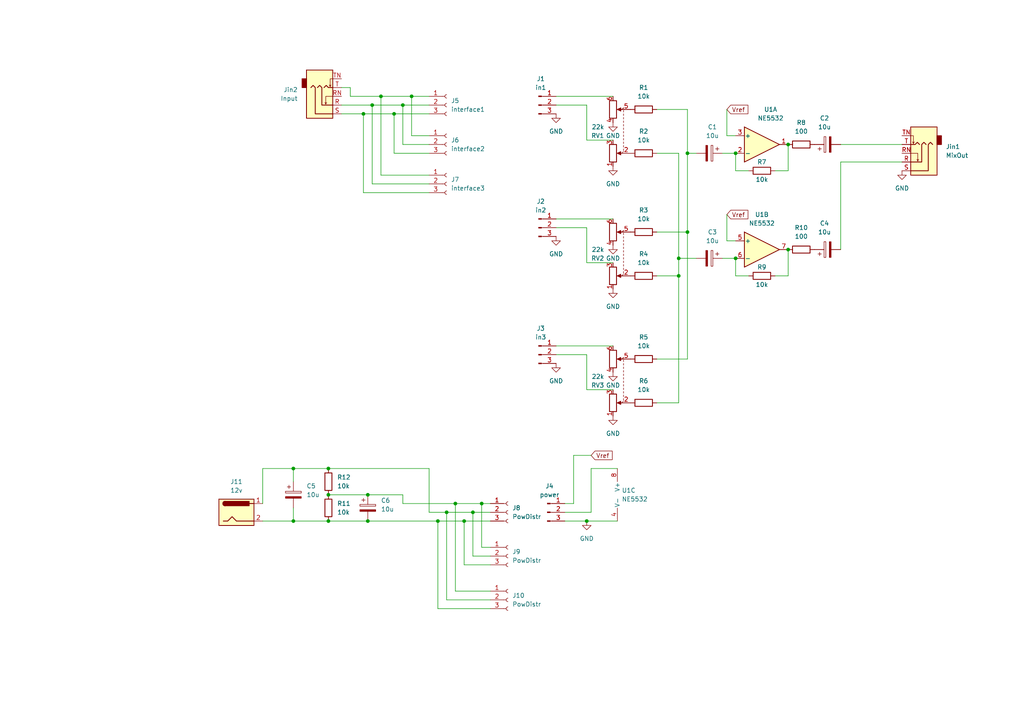
<source format=kicad_sch>
(kicad_sch (version 20230121) (generator eeschema)
  (paper "A4")
  (lib_symbols
    (symbol "Amplifier_Operational:NE5532" (pin_names (offset 0.127))
      (property "Reference" "U" (at 0 5.08 0))
      (property "Value" "NE5532" (at 0 -5.08 0))
      (symbol "NE5532_1_1"
        (polyline (pts (xy -5.08 5.08) (xy 5.08 0) (xy -5.08 -5.08) (xy -5.08 5.08)) (stroke (width 0.254)) (fill (type background)))
        (pin output line (at 7.62 0 180) (length 2.54) (name "~") (number "1"))
        (pin input line (at -7.62 -2.54 0) (length 2.54) (name "-") (number "2"))
        (pin input line (at -7.62 2.54 0) (length 2.54) (name "+") (number "3"))
      )
      (symbol "NE5532_2_1"
        (polyline (pts (xy -5.08 5.08) (xy 5.08 0) (xy -5.08 -5.08) (xy -5.08 5.08)) (stroke (width 0.254)) (fill (type background)))
        (pin input line (at -7.62 2.54 0) (length 2.54) (name "+") (number "5"))
        (pin input line (at -7.62 -2.54 0) (length 2.54) (name "-") (number "6"))
        (pin output line (at 7.62 0 180) (length 2.54) (name "~") (number "7"))
      )
      (symbol "NE5532_3_1"
        (pin power_in line (at -2.54 -7.62 90) (length 3.81) (name "V-") (number "4"))
        (pin power_in line (at -2.54 7.62 270) (length 3.81) (name "V+") (number "8"))
      )
    )
    (symbol "Connector:Barrel_Jack" (pin_names (offset 1.016))
      (property "Reference" "J" (at 0 5.334 0))
      (property "Value" "Barrel_Jack" (at 0 -5.08 0))
      (symbol "Barrel_Jack_0_1"
        (rectangle (start -5.08 3.81) (end 5.08 -3.81) (stroke (width 0.254)) (fill (type background)))
        (arc (start -3.302 3.175) (mid -3.9343 2.54) (end -3.302 1.905) (stroke (width 0.254)))
        (arc (start -3.302 3.175) (mid -3.9343 2.54) (end -3.302 1.905) (stroke (width 0.254)) (fill (type outline)))
        (polyline (pts (xy 5.08 2.54) (xy 3.81 2.54)) (stroke (width 0.254)))
        (polyline (pts (xy -3.81 -2.54) (xy -2.54 -2.54) (xy -1.27 -1.27) (xy 0 -2.54) (xy 2.54 -2.54) (xy 5.08 -2.54)) (stroke (width 0.254)))
        (rectangle (start 3.683 3.175) (end -3.302 1.905) (stroke (width 0.254)) (fill (type outline)))
      )
      (symbol "Barrel_Jack_1_1"
        (pin passive line (at 7.62 2.54 180) (length 2.54) (name "~") (number "1"))
        (pin passive line (at 7.62 -2.54 180) (length 2.54) (name "~") (number "2"))
      )
    )
    (symbol "Connector:Conn_01x03_Pin" (pin_names (offset 1.016) hide)
      (property "Reference" "J" (at 0 5.08 0))
      (property "Value" "Conn_01x03_Pin" (at 0 -5.08 0))
      (symbol "Conn_01x03_Pin_1_1"
        (polyline (pts (xy 1.27 -2.54) (xy 0.8636 -2.54)) (stroke (width 0.1524)))
        (polyline (pts (xy 1.27 0) (xy 0.8636 0)) (stroke (width 0.1524)))
        (polyline (pts (xy 1.27 2.54) (xy 0.8636 2.54)) (stroke (width 0.1524)))
        (rectangle (start 0.8636 -2.413) (end 0 -2.667) (stroke (width 0.1524)) (fill (type outline)))
        (rectangle (start 0.8636 0.127) (end 0 -0.127) (stroke (width 0.1524)) (fill (type outline)))
        (rectangle (start 0.8636 2.667) (end 0 2.413) (stroke (width 0.1524)) (fill (type outline)))
        (pin passive line (at 5.08 2.54 180) (length 3.81) (name "Pin_1") (number "1"))
        (pin passive line (at 5.08 0 180) (length 3.81) (name "Pin_2") (number "2"))
        (pin passive line (at 5.08 -2.54 180) (length 3.81) (name "Pin_3") (number "3"))
      )
    )
    (symbol "Connector:Conn_01x03_Socket" (pin_names (offset 1.016) hide)
      (property "Reference" "J" (at 0 5.08 0))
      (property "Value" "Conn_01x03_Socket" (at 0 -5.08 0))
      (symbol "Conn_01x03_Socket_1_1"
        (arc (start 0 -2.032) (mid -0.5058 -2.54) (end 0 -3.048) (stroke (width 0.1524)))
        (polyline (pts (xy -1.27 -2.54) (xy -0.508 -2.54)) (stroke (width 0.1524)))
        (polyline (pts (xy -1.27 0) (xy -0.508 0)) (stroke (width 0.1524)))
        (polyline (pts (xy -1.27 2.54) (xy -0.508 2.54)) (stroke (width 0.1524)))
        (arc (start 0 0.508) (mid -0.5058 0) (end 0 -0.508) (stroke (width 0.1524)))
        (arc (start 0 3.048) (mid -0.5058 2.54) (end 0 2.032) (stroke (width 0.1524)))
        (pin passive line (at -5.08 2.54 0) (length 3.81) (name "Pin_1") (number "1"))
        (pin passive line (at -5.08 0 0) (length 3.81) (name "Pin_2") (number "2"))
        (pin passive line (at -5.08 -2.54 0) (length 3.81) (name "Pin_3") (number "3"))
      )
    )
    (symbol "Connector_Audio:AudioJack3_SwitchTR"
      (property "Reference" "J" (at 0 8.89 0))
      (property "Value" "AudioJack3_SwitchTR" (at 0 6.35 0))
      (symbol "AudioJack3_SwitchTR_0_1"
        (rectangle (start -5.08 -5.08) (end -6.35 -7.62) (stroke (width 0.254)) (fill (type outline)))
        (polyline (pts (xy 0.508 -0.254) (xy 0.762 -0.762)))
        (polyline (pts (xy 1.778 -5.334) (xy 2.032 -5.842)))
        (polyline (pts (xy 0 -5.08) (xy 0.635 -5.715) (xy 1.27 -5.08) (xy 2.54 -5.08)) (stroke (width 0.254)))
        (polyline (pts (xy 2.54 -7.62) (xy 1.778 -7.62) (xy 1.778 -5.334) (xy 1.524 -5.842)))
        (polyline (pts (xy 2.54 -2.54) (xy 0.508 -2.54) (xy 0.508 -0.254) (xy 0.254 -0.762)))
        (polyline (pts (xy -1.905 -5.08) (xy -1.27 -5.715) (xy -0.635 -5.08) (xy -0.635 0) (xy 2.54 0)) (stroke (width 0.254)))
        (polyline (pts (xy 2.54 2.54) (xy -2.54 2.54) (xy -2.54 -5.08) (xy -3.175 -5.715) (xy -3.81 -5.08)) (stroke (width 0.254)))
        (rectangle (start 2.54 3.81) (end -5.08 -10.16) (stroke (width 0.254)) (fill (type background)))
      )
      (symbol "AudioJack3_SwitchTR_1_1"
        (pin passive line (at 5.08 0 180) (length 2.54) (name "~") (number "R"))
        (pin passive line (at 5.08 -2.54 180) (length 2.54) (name "~") (number "RN"))
        (pin passive line (at 5.08 2.54 180) (length 2.54) (name "~") (number "S"))
        (pin passive line (at 5.08 -5.08 180) (length 2.54) (name "~") (number "T"))
        (pin passive line (at 5.08 -7.62 180) (length 2.54) (name "~") (number "TN"))
      )
    )
    (symbol "Device:C_Polarized" (pin_numbers hide) (pin_names (offset 0.254))
      (property "Reference" "C" (at 0.635 2.54 0))
      (property "Value" "C_Polarized" (at 0.635 -2.54 0))
      (symbol "C_Polarized_0_1"
        (rectangle (start -2.286 0.508) (end 2.286 1.016))
        (polyline (pts (xy -1.778 2.286) (xy -0.762 2.286)))
        (polyline (pts (xy -1.27 2.794) (xy -1.27 1.778)))
        (rectangle (start 2.286 -0.508) (end -2.286 -1.016) (fill (type outline)))
      )
      (symbol "C_Polarized_1_1"
        (pin passive line (at 0 3.81 270) (length 2.794) (name "~") (number "1"))
        (pin passive line (at 0 -3.81 90) (length 2.794) (name "~") (number "2"))
      )
    )
    (symbol "Device:R" (pin_numbers hide) (pin_names (offset 0))
      (property "Reference" "R" (at 2.032 0 90))
      (property "Value" "R" (at 0 0 90))
      (symbol "R_0_1"
        (rectangle (start -1.016 -2.54) (end 1.016 2.54) (stroke (width 0.254)))
      )
      (symbol "R_1_1"
        (pin passive line (at 0 3.81 270) (length 1.27) (name "~") (number "1"))
        (pin passive line (at 0 -3.81 90) (length 1.27) (name "~") (number "2"))
      )
    )
    (symbol "Device:R_Potentiometer_Dual" (pin_names (offset 1.016) hide)
      (property "Reference" "RV" (at 0 3.81 0))
      (property "Value" "R_Potentiometer_Dual" (at 0 1.905 0))
      (symbol "R_Potentiometer_Dual_0_1"
        (rectangle (start -8.89 -1.524) (end -3.81 -3.556) (stroke (width 0.254)))
        (polyline (pts (xy -6.35 0) (xy -6.35 -1.016)))
        (polyline (pts (xy -6.35 0) (xy -6.35 -1.016)))
        (polyline (pts (xy -6.35 0) (xy -5.842 0.508)))
        (polyline (pts (xy -5.588 0.508) (xy -5.08 0.508)))
        (polyline (pts (xy -4.572 0.508) (xy -4.064 0.508)))
        (polyline (pts (xy -3.556 0.508) (xy -3.048 0.508)))
        (polyline (pts (xy -2.54 0.508) (xy -2.032 0.508)))
        (polyline (pts (xy -1.524 0.508) (xy -1.016 0.508)))
        (polyline (pts (xy -0.508 0.508) (xy 0 0.508)))
        (polyline (pts (xy 0.508 0.508) (xy 1.016 0.508)))
        (polyline (pts (xy 1.524 0.508) (xy 2.032 0.508)))
        (polyline (pts (xy 2.54 0.508) (xy 3.048 0.508)))
        (polyline (pts (xy 3.556 0.508) (xy 4.064 0.508)))
        (polyline (pts (xy 4.572 0.508) (xy 5.08 0.508)))
        (polyline (pts (xy 5.588 0.508) (xy 6.096 0.508)))
        (polyline (pts (xy 6.35 0) (xy 6.35 -1.016)))
        (polyline (pts (xy 6.35 0) (xy 6.35 -1.016)))
        (polyline (pts (xy 6.604 0.508) (xy 6.858 0.508) (xy 6.35 0)))
        (polyline (pts (xy -6.35 -1.397) (xy -6.858 -0.254) (xy -5.842 -0.254) (xy -6.35 -1.397)) (fill (type outline)))
        (polyline (pts (xy 6.35 -1.397) (xy 5.842 -0.254) (xy 6.858 -0.254) (xy 6.35 -1.397)) (fill (type outline)))
        (rectangle (start 3.81 -1.524) (end 8.89 -3.556) (stroke (width 0.254)))
      )
      (symbol "R_Potentiometer_Dual_1_1"
        (pin passive line (at -10.16 -2.54 0) (length 1.27) (name "1") (number "1"))
        (pin passive line (at -6.35 2.54 270) (length 2.54) (name "2") (number "2"))
        (pin passive line (at -2.54 -2.54 180) (length 1.27) (name "3") (number "3"))
        (pin passive line (at 2.54 -2.54 0) (length 1.27) (name "4") (number "4"))
        (pin passive line (at 6.35 2.54 270) (length 2.54) (name "5") (number "5"))
        (pin passive line (at 10.16 -2.54 180) (length 1.27) (name "6") (number "6"))
      )
    )
    (symbol "power:GND" (power) (pin_names (offset 0))
      (property "Value" "GND" (at 0 -3.81 0))
      (symbol "GND_0_1"
        (polyline (pts (xy 0 0) (xy 0 -1.27) (xy 1.27 -1.27) (xy 0 -2.54) (xy -1.27 -1.27) (xy 0 -1.27)))
      )
      (symbol "GND_1_1"
        (pin power_in line (at 0 0 270) (length 0) hide (name "GND") (number "1"))
      )
    )
  )
  (junction (at 228.6 72.39))
  (junction (at 110.49 27.94))
  (junction (at 95.25 143.51))
  (junction (at 213.36 74.93))
  (junction (at 85.09 135.89))
  (junction (at 137.16 148.59))
  (junction (at 107.95 30.48))
  (junction (at 170.18 151.13))
  (junction (at 119.38 27.94))
  (junction (at 196.85 74.93))
  (junction (at 85.09 151.13))
  (junction (at 116.84 30.48))
  (junction (at 134.62 151.13))
  (junction (at 196.85 80.01))
  (junction (at 95.25 151.13))
  (junction (at 139.7 146.05))
  (junction (at 199.39 44.45))
  (junction (at 114.3 33.02))
  (junction (at 95.25 135.89))
  (junction (at 106.68 151.13))
  (junction (at 106.68 143.51))
  (junction (at 199.39 67.31))
  (junction (at 132.08 146.05))
  (junction (at 129.54 148.59))
  (junction (at 228.6 41.91))
  (junction (at 105.41 33.02))
  (junction (at 127 151.13))
  (junction (at 213.36 44.45))
  (wire (pts (xy 190.5 104.14) (xy 199.39 104.14)))
  (wire (pts (xy 170.18 151.13) (xy 179.07 151.13)))
  (wire (pts (xy 137.16 161.29) (xy 137.16 148.59)))
  (wire (pts (xy 119.38 27.94) (xy 124.46 27.94)))
  (wire (pts (xy 85.09 151.13) (xy 95.25 151.13)))
  (wire (pts (xy 107.95 30.48) (xy 116.84 30.48)))
  (wire (pts (xy 170.18 30.48) (xy 170.18 40.64)))
  (wire (pts (xy 213.36 49.53) (xy 213.36 44.45)))
  (wire (pts (xy 199.39 44.45) (xy 199.39 67.31)))
  (wire (pts (xy 132.08 146.05) (xy 139.7 146.05)))
  (wire (pts (xy 170.18 151.13) (xy 163.83 151.13)))
  (wire (pts (xy 210.82 39.37) (xy 213.36 39.37)))
  (wire (pts (xy 170.18 113.03) (xy 177.8 113.03)))
  (wire (pts (xy 210.82 62.23) (xy 210.82 69.85)))
  (wire (pts (xy 196.85 44.45) (xy 196.85 74.93)))
  (wire (pts (xy 190.5 80.01) (xy 196.85 80.01)))
  (wire (pts (xy 170.18 40.64) (xy 177.8 40.64)))
  (wire (pts (xy 134.62 151.13) (xy 142.24 151.13)))
  (wire (pts (xy 210.82 31.75) (xy 210.82 39.37)))
  (wire (pts (xy 124.46 41.91) (xy 116.84 41.91)))
  (wire (pts (xy 124.46 55.88) (xy 105.41 55.88)))
  (wire (pts (xy 161.29 100.33) (xy 177.8 100.33)))
  (wire (pts (xy 161.29 102.87) (xy 170.18 102.87)))
  (wire (pts (xy 106.68 143.51) (xy 116.84 143.51)))
  (wire (pts (xy 101.6 25.4) (xy 101.6 27.94)))
  (wire (pts (xy 99.06 25.4) (xy 101.6 25.4)))
  (wire (pts (xy 217.17 80.01) (xy 213.36 80.01)))
  (wire (pts (xy 161.29 27.94) (xy 177.8 27.94)))
  (wire (pts (xy 114.3 33.02) (xy 124.46 33.02)))
  (wire (pts (xy 163.83 148.59) (xy 171.45 148.59)))
  (wire (pts (xy 85.09 135.89) (xy 95.25 135.89)))
  (wire (pts (xy 134.62 163.83) (xy 134.62 151.13)))
  (wire (pts (xy 170.18 66.04) (xy 170.18 76.2)))
  (wire (pts (xy 196.85 74.93) (xy 201.93 74.93)))
  (wire (pts (xy 127 151.13) (xy 134.62 151.13)))
  (wire (pts (xy 85.09 151.13) (xy 85.09 147.32)))
  (wire (pts (xy 139.7 146.05) (xy 142.24 146.05)))
  (wire (pts (xy 161.29 63.5) (xy 177.8 63.5)))
  (wire (pts (xy 166.37 146.05) (xy 166.37 132.08)))
  (wire (pts (xy 105.41 33.02) (xy 114.3 33.02)))
  (wire (pts (xy 106.68 151.13) (xy 127 151.13)))
  (wire (pts (xy 124.46 50.8) (xy 110.49 50.8)))
  (wire (pts (xy 243.84 41.91) (xy 261.62 41.91)))
  (wire (pts (xy 196.85 74.93) (xy 196.85 80.01)))
  (wire (pts (xy 161.29 30.48) (xy 170.18 30.48)))
  (wire (pts (xy 199.39 44.45) (xy 201.93 44.45)))
  (wire (pts (xy 199.39 31.75) (xy 199.39 44.45)))
  (wire (pts (xy 170.18 76.2) (xy 177.8 76.2)))
  (wire (pts (xy 137.16 148.59) (xy 129.54 148.59)))
  (wire (pts (xy 190.5 31.75) (xy 199.39 31.75)))
  (wire (pts (xy 110.49 50.8) (xy 110.49 27.94)))
  (wire (pts (xy 196.85 80.01) (xy 196.85 116.84)))
  (wire (pts (xy 76.2 135.89) (xy 85.09 135.89)))
  (wire (pts (xy 199.39 67.31) (xy 199.39 104.14)))
  (wire (pts (xy 170.18 102.87) (xy 170.18 113.03)))
  (wire (pts (xy 166.37 132.08) (xy 171.45 132.08)))
  (wire (pts (xy 142.24 158.75) (xy 139.7 158.75)))
  (wire (pts (xy 142.24 176.53) (xy 127 176.53)))
  (wire (pts (xy 124.46 39.37) (xy 119.38 39.37)))
  (wire (pts (xy 124.46 44.45) (xy 114.3 44.45)))
  (wire (pts (xy 142.24 173.99) (xy 129.54 173.99)))
  (wire (pts (xy 129.54 148.59) (xy 129.54 173.99)))
  (wire (pts (xy 132.08 171.45) (xy 132.08 146.05)))
  (wire (pts (xy 224.79 80.01) (xy 228.6 80.01)))
  (wire (pts (xy 110.49 27.94) (xy 119.38 27.94)))
  (wire (pts (xy 129.54 148.59) (xy 124.46 148.59)))
  (wire (pts (xy 163.83 146.05) (xy 166.37 146.05)))
  (wire (pts (xy 127 176.53) (xy 127 151.13)))
  (wire (pts (xy 210.82 69.85) (xy 213.36 69.85)))
  (wire (pts (xy 217.17 49.53) (xy 213.36 49.53)))
  (wire (pts (xy 119.38 39.37) (xy 119.38 27.94)))
  (wire (pts (xy 213.36 80.01) (xy 213.36 74.93)))
  (wire (pts (xy 76.2 146.05) (xy 76.2 135.89)))
  (wire (pts (xy 105.41 55.88) (xy 105.41 33.02)))
  (wire (pts (xy 190.5 44.45) (xy 196.85 44.45)))
  (wire (pts (xy 95.25 143.51) (xy 106.68 143.51)))
  (wire (pts (xy 99.06 30.48) (xy 107.95 30.48)))
  (wire (pts (xy 76.2 151.13) (xy 85.09 151.13)))
  (wire (pts (xy 196.85 116.84) (xy 190.5 116.84)))
  (wire (pts (xy 124.46 148.59) (xy 124.46 135.89)))
  (wire (pts (xy 171.45 148.59) (xy 171.45 135.89)))
  (wire (pts (xy 116.84 146.05) (xy 116.84 143.51)))
  (wire (pts (xy 95.25 135.89) (xy 124.46 135.89)))
  (wire (pts (xy 228.6 80.01) (xy 228.6 72.39)))
  (wire (pts (xy 228.6 49.53) (xy 228.6 41.91)))
  (wire (pts (xy 85.09 135.89) (xy 85.09 139.7)))
  (wire (pts (xy 209.55 74.93) (xy 213.36 74.93)))
  (wire (pts (xy 243.84 72.39) (xy 243.84 46.99)))
  (wire (pts (xy 243.84 46.99) (xy 261.62 46.99)))
  (wire (pts (xy 116.84 41.91) (xy 116.84 30.48)))
  (wire (pts (xy 142.24 171.45) (xy 132.08 171.45)))
  (wire (pts (xy 99.06 33.02) (xy 105.41 33.02)))
  (wire (pts (xy 114.3 44.45) (xy 114.3 33.02)))
  (wire (pts (xy 95.25 151.13) (xy 106.68 151.13)))
  (wire (pts (xy 142.24 163.83) (xy 134.62 163.83)))
  (wire (pts (xy 161.29 66.04) (xy 170.18 66.04)))
  (wire (pts (xy 101.6 27.94) (xy 110.49 27.94)))
  (wire (pts (xy 190.5 67.31) (xy 199.39 67.31)))
  (wire (pts (xy 224.79 49.53) (xy 228.6 49.53)))
  (wire (pts (xy 139.7 158.75) (xy 139.7 146.05)))
  (wire (pts (xy 142.24 161.29) (xy 137.16 161.29)))
  (wire (pts (xy 171.45 135.89) (xy 179.07 135.89)))
  (wire (pts (xy 107.95 53.34) (xy 107.95 30.48)))
  (wire (pts (xy 116.84 146.05) (xy 132.08 146.05)))
  (wire (pts (xy 209.55 44.45) (xy 213.36 44.45)))
  (wire (pts (xy 116.84 30.48) (xy 124.46 30.48)))
  (wire (pts (xy 142.24 148.59) (xy 137.16 148.59)))
  (wire (pts (xy 124.46 53.34) (xy 107.95 53.34)))
  (global_label "Vref" (shape input) (at 210.82 62.23 0) (property "Intersheetrefs" "${INTERSHEET_REFS}" (effects hide)))
  (global_label "Vref" (shape input) (at 210.82 31.75 0) (property "Intersheetrefs" "${INTERSHEET_REFS}" (effects hide)))
  (global_label "Vref" (shape input) (at 171.45 132.08 0) (property "Intersheetrefs" "${INTERSHEET_REFS}" (effects hide)))
  (symbol (lib_id "power:GND") (at 161.29 105.41 0) (unit 1)
    (property "Reference" "#PWR09" (effects hide))
    (property "Value" "GND" (at 161.29 110.49 0))
  )
  (symbol (lib_id "Connector:Conn_01x03_Socket") (at 147.32 148.59 0) (unit 1)
    (property "Reference" "J8" (at 148.59 147.32 0) (effects (justify left)))
    (property "Value" "PowDistr" (at 148.59 149.86 0) (effects (justify left)))
    (property "Footprint" "Connector_PinSocket_2.54mm:PinSocket_1x03_P2.54mm_Vertical" (effects hide))
  )
  (symbol (lib_id "Device:R_Potentiometer_Dual") (at 180.34 110.49 270) (mirror x) (unit 1)
    (property "Reference" "RV3" (at 175.26 111.76 90) (effects (justify right)))
    (property "Value" "22k" (at 175.26 109.22 90) (effects (justify right)))
    (property "Footprint" "Potentiometer_THT:Potentiometer_Alps_RK163_Dual_Horizontal" (effects hide))
  )
  (symbol (lib_id "Device:R") (at 95.25 139.7 180) (unit 1)
    (property "Reference" "R12" (at 97.79 138.43 0) (effects (justify right)))
    (property "Value" "10k" (at 97.79 140.97 0) (effects (justify right)))
    (property "Footprint" "Resistor_THT:R_Axial_DIN0204_L3.6mm_D1.6mm_P2.54mm_Vertical" (effects hide))
  )
  (symbol (lib_id "Connector:Conn_01x03_Pin") (at 156.21 66.04 0) (unit 1)
    (property "Reference" "J2" (at 156.845 58.42 0))
    (property "Value" "in2" (at 156.845 60.96 0))
    (property "Footprint" "Connector_PinHeader_2.54mm:PinHeader_1x03_P2.54mm_Vertical" (effects hide))
  )
  (symbol (lib_id "power:GND") (at 161.29 68.58 0) (unit 1)
    (property "Reference" "#PWR06" (effects hide))
    (property "Value" "GND" (at 161.29 73.66 0))
  )
  (symbol (lib_id "Connector:Conn_01x03_Pin") (at 158.75 148.59 0) (unit 1)
    (property "Reference" "J4" (at 159.385 140.97 0))
    (property "Value" "power" (at 159.385 143.51 0))
    (property "Footprint" "Connector_PinHeader_2.54mm:PinHeader_1x03_P2.54mm_Vertical" (effects hide))
  )
  (symbol (lib_id "power:GND") (at 177.8 71.12 0) (unit 1)
    (property "Reference" "#PWR03" (effects hide))
    (property "Value" "GND" (at 177.8 74.93 0))
  )
  (symbol (lib_id "power:GND") (at 170.18 151.13 0) (unit 1)
    (property "Reference" "#PWR011" (effects hide))
    (property "Value" "GND" (at 170.18 156.21 0))
  )
  (symbol (lib_id "power:GND") (at 177.8 120.65 0) (unit 1)
    (property "Reference" "#PWR08" (effects hide))
    (property "Value" "GND" (at 177.8 125.73 0))
  )
  (symbol (lib_id "Device:R") (at 186.69 104.14 90) (unit 1)
    (property "Reference" "R5" (at 186.69 97.79 90))
    (property "Value" "10k" (at 186.69 100.33 90))
    (property "Footprint" "Resistor_THT:R_Axial_DIN0204_L3.6mm_D1.6mm_P5.08mm_Vertical" (effects hide))
  )
  (symbol (lib_id "Device:C_Polarized") (at 205.74 74.93 270) (unit 1)
    (property "Reference" "C3" (at 206.629 67.31 90))
    (property "Value" "10u" (at 206.629 69.85 90))
    (property "Footprint" "Capacitor_THT:CP_Radial_D8.0mm_P5.00mm" (effects hide))
  )
  (symbol (lib_id "Device:R") (at 232.41 41.91 90) (unit 1)
    (property "Reference" "R8" (at 232.41 35.56 90))
    (property "Value" "100" (at 232.41 38.1 90))
    (property "Footprint" "Resistor_THT:R_Axial_DIN0204_L3.6mm_D1.6mm_P2.54mm_Vertical" (effects hide))
  )
  (symbol (lib_id "power:GND") (at 177.8 35.56 0) (unit 1)
    (property "Reference" "#PWR01" (effects hide))
    (property "Value" "GND" (at 177.8 39.37 0))
  )
  (symbol (lib_id "Amplifier_Operational:NE5532") (at 181.61 143.51 0) (unit 3)
    (property "Reference" "U1" (at 180.34 142.24 0) (effects (justify left)))
    (property "Value" "NE5532" (at 180.34 144.78 0) (effects (justify left)))
    (property "Footprint" "Package_DIP:DIP-8_W7.62mm" (effects hide))
    (property "Datasheet" "http://www.ti.com/lit/ds/symlink/ne5532.pdf" (effects hide))
  )
  (symbol (lib_id "Device:C_Polarized") (at 106.68 147.32 0) (unit 1)
    (property "Reference" "C6" (at 110.49 145.161 0) (effects (justify left)))
    (property "Value" "10u" (at 110.49 147.701 0) (effects (justify left)))
    (property "Footprint" "Capacitor_THT:CP_Radial_D8.0mm_P5.00mm" (effects hide))
  )
  (symbol (lib_id "Device:R") (at 232.41 72.39 90) (unit 1)
    (property "Reference" "R10" (at 232.41 66.04 90))
    (property "Value" "100" (at 232.41 68.58 90))
    (property "Footprint" "Resistor_THT:R_Axial_DIN0204_L3.6mm_D1.6mm_P2.54mm_Vertical" (effects hide))
  )
  (symbol (lib_id "Device:R") (at 186.69 80.01 90) (unit 1)
    (property "Reference" "R4" (at 186.69 73.66 90))
    (property "Value" "10k" (at 186.69 76.2 90))
    (property "Footprint" "Resistor_THT:R_Axial_DIN0204_L3.6mm_D1.6mm_P5.08mm_Vertical" (effects hide))
  )
  (symbol (lib_id "Connector_Audio:AudioJack3_SwitchTR") (at 266.7 46.99 180) (unit 1)
    (property "Reference" "Jin1" (at 274.32 42.545 0) (effects (justify right)))
    (property "Value" "MixOut" (at 274.32 45.085 0) (effects (justify right)))
    (property "Footprint" "Connector_Audio:Jack_3.5mm_CUI_SJ1-3525N_Horizontal" (effects hide))
  )
  (symbol (lib_id "Connector:Conn_01x03_Socket") (at 129.54 53.34 0) (unit 1)
    (property "Reference" "J7" (at 130.81 52.07 0) (effects (justify left)))
    (property "Value" "interface3" (at 130.81 54.61 0) (effects (justify left)))
    (property "Footprint" "Connector_PinSocket_2.54mm:PinSocket_1x03_P2.54mm_Vertical" (effects hide))
  )
  (symbol (lib_id "Connector:Barrel_Jack") (at 68.58 148.59 0) (unit 1)
    (property "Reference" "J11" (at 68.58 139.7 0))
    (property "Value" "12v" (at 68.58 142.24 0))
    (property "Footprint" "Connector:JWT_A3963_1x02_P3.96mm_Vertical" (effects hide))
  )
  (symbol (lib_id "Device:R") (at 95.25 147.32 180) (unit 1)
    (property "Reference" "R11" (at 97.79 146.05 0) (effects (justify right)))
    (property "Value" "10k" (at 97.79 148.59 0) (effects (justify right)))
    (property "Footprint" "Resistor_THT:R_Axial_DIN0204_L3.6mm_D1.6mm_P5.08mm_Horizontal" (effects hide))
  )
  (symbol (lib_id "Connector:Conn_01x03_Socket") (at 129.54 41.91 0) (unit 1)
    (property "Reference" "J6" (at 130.81 40.64 0) (effects (justify left)))
    (property "Value" "interface2" (at 130.81 43.18 0) (effects (justify left)))
    (property "Footprint" "Connector_PinSocket_2.54mm:PinSocket_1x03_P2.54mm_Vertical" (effects hide))
  )
  (symbol (lib_id "Device:R_Potentiometer_Dual") (at 180.34 73.66 270) (mirror x) (unit 1)
    (property "Reference" "RV2" (at 175.26 74.93 90) (effects (justify right)))
    (property "Value" "22k" (at 175.26 72.39 90) (effects (justify right)))
    (property "Footprint" "Potentiometer_THT:Potentiometer_Alps_RK163_Dual_Horizontal" (effects hide))
  )
  (symbol (lib_id "power:GND") (at 177.8 107.95 0) (unit 1)
    (property "Reference" "#PWR07" (effects hide))
    (property "Value" "GND" (at 177.8 111.76 0))
  )
  (symbol (lib_id "power:GND") (at 161.29 33.02 0) (unit 1)
    (property "Reference" "#PWR05" (effects hide))
    (property "Value" "GND" (at 161.29 38.1 0))
  )
  (symbol (lib_id "Device:C_Polarized") (at 240.03 41.91 90) (unit 1)
    (property "Reference" "C2" (at 239.141 34.29 90))
    (property "Value" "10u" (at 239.141 36.83 90))
    (property "Footprint" "Capacitor_THT:CP_Radial_D8.0mm_P5.00mm" (effects hide))
  )
  (symbol (lib_id "Device:C_Polarized") (at 240.03 72.39 90) (unit 1)
    (property "Reference" "C4" (at 239.141 64.77 90))
    (property "Value" "10u" (at 239.141 67.31 90))
    (property "Footprint" "Capacitor_THT:CP_Radial_D8.0mm_P5.00mm" (effects hide))
  )
  (symbol (lib_id "power:GND") (at 177.8 48.26 0) (unit 1)
    (property "Reference" "#PWR02" (effects hide))
    (property "Value" "GND" (at 177.8 53.34 0))
  )
  (symbol (lib_id "Connector:Conn_01x03_Socket") (at 147.32 173.99 0) (unit 1)
    (property "Reference" "J10" (at 148.59 172.72 0) (effects (justify left)))
    (property "Value" "PowDistr" (at 148.59 175.26 0) (effects (justify left)))
    (property "Footprint" "Connector_PinSocket_2.54mm:PinSocket_1x03_P2.54mm_Vertical" (effects hide))
  )
  (symbol (lib_id "Device:R_Potentiometer_Dual") (at 180.34 38.1 270) (mirror x) (unit 1)
    (property "Reference" "RV1" (at 175.26 39.37 90) (effects (justify right)))
    (property "Value" "22k" (at 175.26 36.83 90) (effects (justify right)))
    (property "Footprint" "Potentiometer_THT:Potentiometer_Alps_RK163_Dual_Horizontal" (effects hide))
  )
  (symbol (lib_id "Amplifier_Operational:NE5532") (at 220.98 72.39 0) (unit 2)
    (property "Reference" "U1" (at 220.98 62.23 0))
    (property "Value" "NE5532" (at 220.98 64.77 0))
    (property "Footprint" "Package_DIP:DIP-8_W7.62mm" (effects hide))
    (property "Datasheet" "http://www.ti.com/lit/ds/symlink/ne5532.pdf" (effects hide))
  )
  (symbol (lib_id "Device:R") (at 186.69 31.75 90) (unit 1)
    (property "Reference" "R1" (at 186.69 25.4 90))
    (property "Value" "10k" (at 186.69 27.94 90))
    (property "Footprint" "Resistor_THT:R_Axial_DIN0204_L3.6mm_D1.6mm_P5.08mm_Vertical" (effects hide))
  )
  (symbol (lib_id "Connector:Conn_01x03_Socket") (at 147.32 161.29 0) (unit 1)
    (property "Reference" "J9" (at 148.59 160.02 0) (effects (justify left)))
    (property "Value" "PowDistr" (at 148.59 162.56 0) (effects (justify left)))
    (property "Footprint" "Connector_PinSocket_2.54mm:PinSocket_1x03_P2.54mm_Vertical" (effects hide))
  )
  (symbol (lib_id "Device:R") (at 186.69 44.45 90) (unit 1)
    (property "Reference" "R2" (at 186.69 38.1 90))
    (property "Value" "10k" (at 186.69 40.64 90))
    (property "Footprint" "Resistor_THT:R_Axial_DIN0204_L3.6mm_D1.6mm_P5.08mm_Vertical" (effects hide))
  )
  (symbol (lib_id "Connector:Conn_01x03_Pin") (at 156.21 30.48 0) (unit 1)
    (property "Reference" "J1" (at 156.845 22.86 0))
    (property "Value" "in1" (at 156.845 25.4 0))
    (property "Footprint" "Connector_PinHeader_2.54mm:PinHeader_1x03_P2.54mm_Vertical" (effects hide))
  )
  (symbol (lib_id "Connector:Conn_01x03_Socket") (at 129.54 30.48 0) (unit 1)
    (property "Reference" "J5" (at 130.81 29.21 0) (effects (justify left)))
    (property "Value" "interface1" (at 130.81 31.75 0) (effects (justify left)))
    (property "Footprint" "Connector_PinSocket_2.54mm:PinSocket_1x03_P2.54mm_Vertical" (effects hide))
  )
  (symbol (lib_id "Connector:Conn_01x03_Pin") (at 156.21 102.87 0) (unit 1)
    (property "Reference" "J3" (at 156.845 95.25 0))
    (property "Value" "in3" (at 156.845 97.79 0))
    (property "Footprint" "Connector_PinHeader_2.54mm:PinHeader_1x03_P2.54mm_Vertical" (effects hide))
  )
  (symbol (lib_id "Device:C_Polarized") (at 85.09 143.51 0) (unit 1)
    (property "Reference" "C5" (at 88.9 140.97 0) (effects (justify left)))
    (property "Value" "10u" (at 88.9 143.51 0) (effects (justify left)))
    (property "Footprint" "Capacitor_THT:CP_Radial_D8.0mm_P5.00mm" (effects hide))
  )
  (symbol (lib_id "Connector_Audio:AudioJack3_SwitchTR") (at 93.98 30.48 0) (mirror x) (unit 1)
    (property "Reference" "Jin2" (at 86.36 26.035 0) (effects (justify right)))
    (property "Value" "Input" (at 86.36 28.575 0) (effects (justify right)))
    (property "Footprint" "Connector_Audio:Jack_3.5mm_CUI_SJ1-3525N_Horizontal" (effects hide))
  )
  (symbol (lib_id "Device:R") (at 186.69 67.31 90) (unit 1)
    (property "Reference" "R3" (at 186.69 60.96 90))
    (property "Value" "10k" (at 186.69 63.5 90))
    (property "Footprint" "Resistor_THT:R_Axial_DIN0204_L3.6mm_D1.6mm_P5.08mm_Vertical" (effects hide))
  )
  (symbol (lib_id "Amplifier_Operational:NE5532") (at 220.98 41.91 0) (unit 1)
    (property "Reference" "U1" (at 223.52 31.75 0))
    (property "Value" "NE5532" (at 223.52 34.29 0))
    (property "Footprint" "Package_DIP:DIP-8_W7.62mm" (effects hide))
    (property "Datasheet" "http://www.ti.com/lit/ds/symlink/ne5532.pdf" (effects hide))
  )
  (symbol (lib_id "power:GND") (at 261.62 49.53 0) (unit 1)
    (property "Reference" "#PWR010" (effects hide))
    (property "Value" "GND" (at 261.62 54.61 0))
  )
  (symbol (lib_id "Device:R") (at 186.69 116.84 90) (unit 1)
    (property "Reference" "R6" (at 186.69 110.49 90))
    (property "Value" "10k" (at 186.69 113.03 90))
    (property "Footprint" "Resistor_THT:R_Axial_DIN0204_L3.6mm_D1.6mm_P5.08mm_Vertical" (effects hide))
  )
  (symbol (lib_id "Device:R") (at 220.98 80.01 90) (unit 1)
    (property "Reference" "R9" (at 220.98 77.47 90))
    (property "Value" "10k" (at 220.98 82.55 90))
    (property "Footprint" "Resistor_THT:R_Axial_DIN0204_L3.6mm_D1.6mm_P2.54mm_Vertical" (effects hide))
  )
  (symbol (lib_id "Device:R") (at 220.98 49.53 90) (unit 1)
    (property "Reference" "R7" (at 220.98 46.99 90))
    (property "Value" "10k" (at 220.98 52.07 90))
    (property "Footprint" "Resistor_THT:R_Axial_DIN0204_L3.6mm_D1.6mm_P2.54mm_Vertical" (effects hide))
  )
  (symbol (lib_id "power:GND") (at 177.8 83.82 0) (unit 1)
    (property "Reference" "#PWR04" (effects hide))
    (property "Value" "GND" (at 177.8 88.9 0))
  )
  (symbol (lib_id "Device:C_Polarized") (at 205.74 44.45 270) (unit 1)
    (property "Reference" "C1" (at 206.629 36.83 90))
    (property "Value" "10u" (at 206.629 39.37 90))
    (property "Footprint" "Capacitor_THT:CP_Radial_D8.0mm_P5.00mm" (effects hide))
  )
)
</source>
